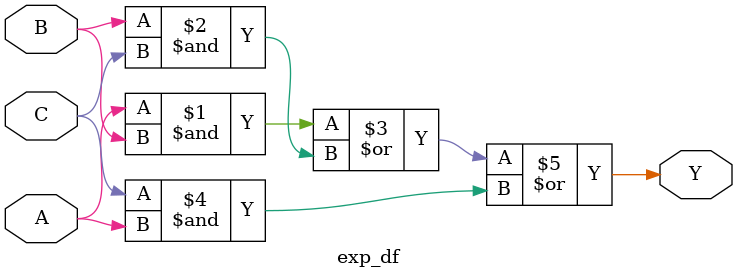
<source format=v>

module exp_df(Y, A, B, C);
input A, B, C; output Y;
assign Y = ((A&B) | (B&C) | (C&A));
endmodule
</source>
